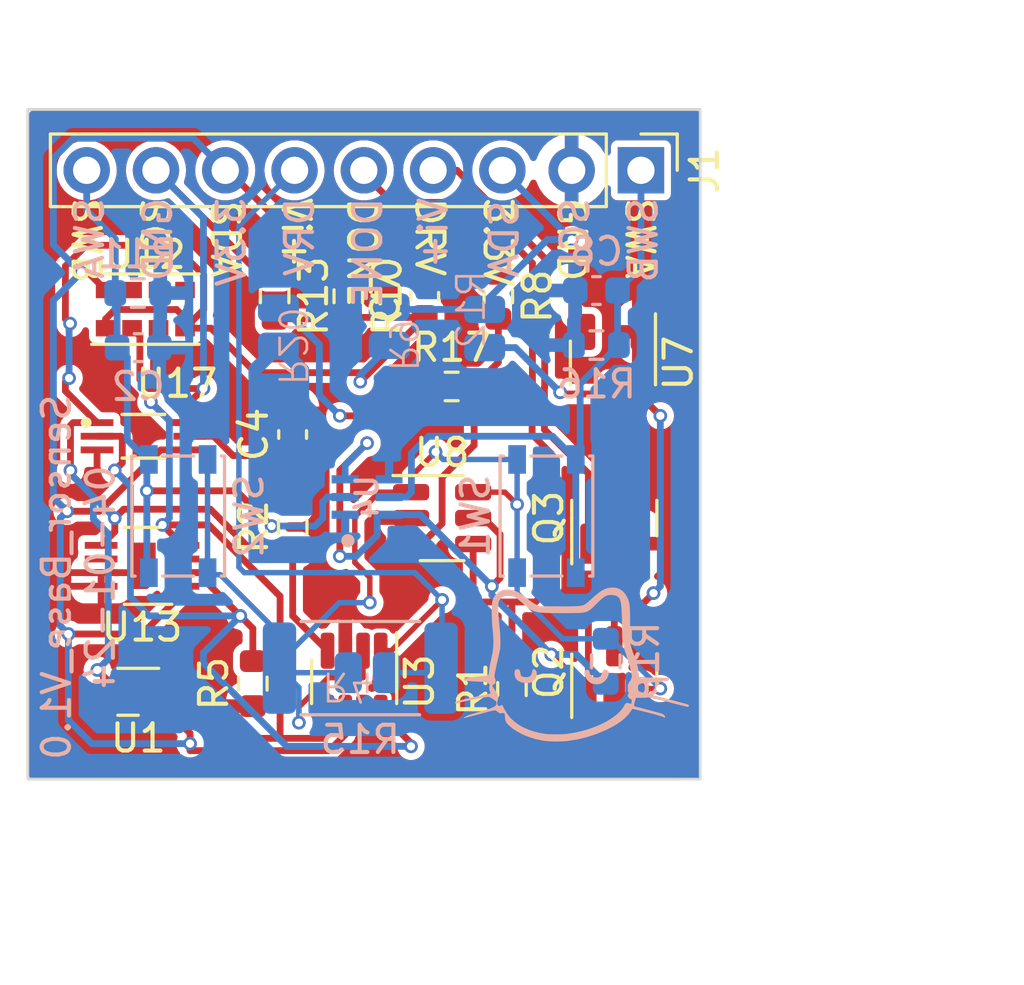
<source format=kicad_pcb>
(kicad_pcb (version 20221018) (generator pcbnew)
  (layers (0 "F.Cu" signal) (31 "B.Cu" signal) (34 "B.Paste" user) (35 "F.Paste" user) (36 "B.SilkS" user "B.Silkscreen") (37 "F.SilkS" user "F.Silkscreen") (38 "B.Mask" user) (39 "F.Mask" user) (44 "Edge.Cuts" user))
  (net 0 "")
  (net 1 "Net-(U17-DVI)")
  (net 2 "GND")
  (net 3 "SW-B")
  (net 4 "SW-A")
  (net 5 "/V-SENS")
  (net 6 "+3.3V")
  (net 7 "SDA")
  (net 8 "SCL")
  (net 9 "Net-(Q2-D)")
  (net 10 "Vi+")
  (net 11 "Net-(Q2-G)")
  (net 12 "DRIVE")
  (net 13 "DONE")
  (net 14 "Net-(U8-DELAY{slash}M_DRV)")
  (net 16 "Net-(U12-LDR)")
  (net 19 "Vi-")
  (net 20 "Net-(R17-Pad1)")
  (net 21 "/ADDR")
  (footprint "Sensor_Humidity:Sensirion_DFN-8-1EP_2.5x2.5mm_P0.5mm_EP1.1x1.7mm" (layer "F.Cu") (at 94.439369 83.581999 180)
    (fp_text reference "U13" (at 0 -2.25) (layer "F.SilkS"))
    (fp_text value "SHT31-DIS")
    (pad "1" smd rect (at -1.5 -0.75 180) (size 1.2 0.25) (layers "F.Cu" "F.Paste" "F.Mask") (net 7 "SDA"))
    (pad "2" smd rect (at -1.5 -0.25 180) (size 1.2 0.25) (layers "F.Cu" "F.Paste" "F.Mask") (net 21 "/ADDR"))
    (pad "3" smd rect (at -1.5 0.25 180) (size 1.2 0.25) (layers "F.Cu" "F.Paste" "F.Mask"))
    (pad "4" smd rect (at -1.5 0.75) (size 1.2 0.25) (layers "F.Cu" "F.Paste" "F.Mask") (net 8 "SCL"))
    (pad "5" smd rect (at 1.5 0.75 180) (size 1.2 0.25) (layers "F.Cu" "F.Paste" "F.Mask") (net 5 "/V-SENS"))
    (pad "6" smd rect (at 1.5 0.25 180) (size 1.2 0.25) (layers "F.Cu" "F.Paste" "F.Mask"))
    (pad "7" smd rect (at 1.5 -0.25 180) (size 1.2 0.25) (layers "F.Cu" "F.Paste" "F.Mask") (net 2 "GND"))
    (pad "8" smd rect (at 1.5 -0.75 180) (size 1.2 0.25) (layers "F.Cu" "F.Paste" "F.Mask") (net 2 "GND"))
    (pad "9" smd custom (at 0 0 180) (size 1 1) (layers "F.Cu" "F.Mask") (net 2 "GND") (options (clearance outline) (anchor circle)) (primitives (gr_poly (pts (xy 0.5 0.85) (xy -0.5 0.85) (xy -0.5 -0.55) (xy -0.2 -0.85) (xy 0.5 -0.85)) (width 0) (fill yes))))
  )
  (footprint "Sensor_Humidity:Sensirion_DFN-4_1.5x1.5mm_P0.8mm_SHT4x_NoCentralPad" (layer "F.Cu") (at 94.3 88.2 180)
    (fp_text reference "U1" (at 0 -1.7) (layer "F.SilkS"))
    (fp_text value "SHT4x")
    (pad "1" smd rect (at -0.9 -0.4 180) (size 1 0.3) (layers "F.Cu" "F.Paste" "F.Mask") (net 7 "SDA"))
    (pad "2" smd rect (at -0.9 0.4 180) (size 1 0.3) (layers "F.Cu" "F.Paste" "F.Mask") (net 8 "SCL"))
    (pad "3" smd rect (at 0.9 0.4 180) (size 1 0.3) (layers "F.Cu" "F.Paste" "F.Mask") (net 5 "/V-SENS"))
    (pad "4" smd rect (at 0.9 -0.4 180) (size 1 0.3) (layers "F.Cu" "F.Paste" "F.Mask") (net 2 "GND"))
    (zone (net 0) (net_name "") (layer "F.Cu") (connect_pads (clearance 0)) (min_thickness 0.254)
      (keepout (tracks not_allowed) (vias not_allowed) (pads allowed) (copperpour not_allowed) (footprints allowed))
      (fill (thermal_gap 0.508) (thermal_bridge_width 0.508))
      (polygon (pts (xy 93.55 88.75) (xy 93.85 88.75) (xy 93.85 88.45) (xy 93.55 88.45) (xy 93.55 87.95) (xy 93.85 87.95) (xy 93.85 87.65) (xy 93.55 87.65) (xy 93.55 87.45) (xy 95.05 87.45) (xy 95.05 87.65) (xy 94.75 87.65) (xy 94.75 87.95) (xy 95.05 87.95) (xy 95.05 88.45) (xy 94.75 88.45) (xy 94.75 88.75) (xy 95.05 88.75) (xy 95.05 88.95) (xy 93.55 88.95)))
    )
  )
  (footprint "Package_TO_SOT_SMD:SOT-23" (layer "F.Cu") (at 111.751869 81.831998 90)
    (fp_text reference "Q3" (at 0 -2.4 90) (layer "F.SilkS"))
    (fp_text value "AO3400A")
    (pad "1" smd roundrect (at -0.9375 -0.95 90) (size 1.475 0.6) (layers "F.Cu" "F.Paste" "F.Mask") (net 12 "DRIVE"))
    (pad "2" smd roundrect (at -0.9375 0.95 90) (size 1.475 0.6) (layers "F.Cu" "F.Paste" "F.Mask") (net 2 "GND"))
    (pad "3" smd roundrect (at 0.9375 0 90) (size 1.475 0.6) (layers "F.Cu" "F.Paste" "F.Mask") (net 11 "Net-(Q2-G)"))
  )
  (footprint "Package_TO_SOT_SMD:SOT-23-8" (layer "F.Cu") (at 102.214371 87.831999 -90)
    (fp_text reference "U3" (at 0 -2.4 90) (layer "F.SilkS"))
    (fp_text value "INA219AxDCN")
    (pad "1" smd roundrect (at -1.1375 -0.975 270) (size 1.325 0.5) (layers "F.Cu" "F.Paste" "F.Mask") (net 10 "Vi+"))
    (pad "2" smd roundrect (at -1.1375 -0.325 270) (size 1.325 0.5) (layers "F.Cu" "F.Paste" "F.Mask") (net 19 "Vi-"))
    (pad "3" smd roundrect (at -1.1375 0.325 270) (size 1.325 0.5) (layers "F.Cu" "F.Paste" "F.Mask") (net 2 "GND"))
    (pad "4" smd roundrect (at -1.1375 0.975 270) (size 1.325 0.5) (layers "F.Cu" "F.Paste" "F.Mask") (net 5 "/V-SENS"))
    (pad "5" smd roundrect (at 1.1375 0.975 270) (size 1.325 0.5) (layers "F.Cu" "F.Paste" "F.Mask") (net 8 "SCL"))
    (pad "6" smd roundrect (at 1.1375 0.325 270) (size 1.325 0.5) (layers "F.Cu" "F.Paste" "F.Mask") (net 7 "SDA"))
    (pad "7" smd roundrect (at 1.1375 -0.325 270) (size 1.325 0.5) (layers "F.Cu" "F.Paste" "F.Mask") (net 21 "/ADDR"))
    (pad "8" smd roundrect (at 1.1375 -0.975 270) (size 1.325 0.5) (layers "F.Cu" "F.Paste" "F.Mask") (net 21 "/ADDR"))
  )
  (footprint "BH1750:XDCR_BH1750FVI-TR" (layer "F.Cu") (at 94.48937 78.831999)
    (fp_text reference "U17" (at 1.226565 -1.937485) (layer "F.SilkS") (effects (font (size 1.001283 1.001283))))
    (fp_text value "BH1750FVI-TR")
    (pad "1" smd rect (at -1.7 -0.5) (size 1.2 0.25) (layers "F.Cu" "F.Paste" "F.Mask") (net 5 "/V-SENS"))
    (pad "2" smd rect (at -1.7 0) (size 1.2 0.25) (layers "F.Cu" "F.Paste" "F.Mask") (net 21 "/ADDR"))
    (pad "3" smd rect (at -1.7 0.5) (size 1.2 0.25) (layers "F.Cu" "F.Paste" "F.Mask") (net 2 "GND"))
    (pad "4" smd rect (at 1.7 0.5) (size 1.2 0.25) (layers "F.Cu" "F.Paste" "F.Mask") (net 7 "SDA"))
    (pad "5" smd rect (at 1.7 0) (size 1.2 0.25) (layers "F.Cu" "F.Paste" "F.Mask") (net 1 "Net-(U17-DVI)"))
    (pad "6" smd rect (at 1.7 -0.5) (size 1.2 0.25) (layers "F.Cu" "F.Paste" "F.Mask") (net 8 "SCL"))
  )
  (footprint "Capacitor_SMD:C_0603_1608Metric" (layer "F.Cu") (at 104.8 73.7 90)
    (fp_text reference "C7" (at 0 -1.43 90) (layer "F.SilkS"))
    (fp_text value "C")
    (pad "1" smd roundrect (at -0.775 0 90) (size 0.9 0.95) (layers "F.Cu" "F.Paste" "F.Mask") (net 5 "/V-SENS"))
    (pad "2" smd roundrect (at 0.775 0 90) (size 0.9 0.95) (layers "F.Cu" "F.Paste" "F.Mask") (net 2 "GND"))
  )
  (footprint "Resistor_SMD:R_0603_1608Metric" (layer "F.Cu") (at 108 88.1 90)
    (fp_text reference "R1" (at 0 -1.43 90) (layer "F.SilkS"))
    (fp_text value "R")
    (pad "1" smd roundrect (at -0.825 0 90) (size 0.8 0.95) (layers "F.Cu" "F.Paste" "F.Mask") (net 2 "GND"))
    (pad "2" smd roundrect (at 0.825 0 90) (size 0.8 0.95) (layers "F.Cu" "F.Paste" "F.Mask") (net 13 "DONE"))
  )
  (footprint "Resistor_SMD:R_0603_1608Metric" (layer "F.Cu") (at 102 73.7 -90)
    (fp_text reference "R10" (at 0 -1.43 90) (layer "F.SilkS"))
    (fp_text value "10K")
    (pad "1" smd roundrect (at -0.825 0 270) (size 0.8 0.95) (layers "F.Cu" "F.Paste" "F.Mask") (net 7 "SDA"))
    (pad "2" smd roundrect (at 0.825 0 270) (size 0.8 0.95) (layers "F.Cu" "F.Paste" "F.Mask") (net 5 "/V-SENS"))
  )
  (footprint "Connector_PinHeader_2.54mm:PinHeader_1x09_P2.54mm_Vertical" (layer "F.Cu") (at 112.729369 69.081998 -90)
    (fp_text reference "J1" (at 0 -2.33 90) (layer "F.SilkS"))
    (fp_text value "Conn_01x09_Pin")
    (pad "1" thru_hole rect (at 0 0 270) (size 1.7 1.7) (drill 1) (layers "*.Cu" "*.Mask") (net 4 "SW-A"))
    (pad "2" thru_hole oval (at 0 2.54 270) (size 1.7 1.7) (drill 1) (layers "*.Cu" "*.Mask") (net 2 "GND"))
    (pad "3" thru_hole oval (at 0 5.08 270) (size 1.7 1.7) (drill 1) (layers "*.Cu" "*.Mask") (net 6 "+3.3V"))
    (pad "4" thru_hole oval (at 0 7.62 270) (size 1.7 1.7) (drill 1) (layers "*.Cu" "*.Mask") (net 12 "DRIVE"))
    (pad "5" thru_hole oval (at 0 10.16 270) (size 1.7 1.7) (drill 1) (layers "*.Cu" "*.Mask") (net 13 "DONE"))
    (pad "6" thru_hole oval (at 0 12.7 270) (size 1.7 1.7) (drill 1) (layers "*.Cu" "*.Mask") (net 10 "Vi+"))
    (pad "7" thru_hole oval (at 0 15.24 270) (size 1.7 1.7) (drill 1) (layers "*.Cu" "*.Mask") (net 7 "SDA"))
    (pad "8" thru_hole oval (at 0 17.78 270) (size 1.7 1.7) (drill 1) (layers "*.Cu" "*.Mask") (net 8 "SCL"))
    (pad "9" thru_hole oval (at 0 20.32 270) (size 1.7 1.7) (drill 1) (layers "*.Cu" "*.Mask") (net 3 "SW-B"))
  )
  (footprint "Resistor_SMD:R_0603_1608Metric" (layer "F.Cu") (at 105.789367 77.006996)
    (fp_text reference "R17" (at 0 -1.43) (layer "F.SilkS"))
    (fp_text value "R")
    (pad "1" smd roundrect (at -0.825 0) (size 0.8 0.95) (layers "F.Cu" "F.Paste" "F.Mask") (net 20 "Net-(R17-Pad1)"))
    (pad "2" smd roundrect (at 0.825 0) (size 0.8 0.95) (layers "F.Cu" "F.Paste" "F.Mask") (net 14 "Net-(U8-DELAY{slash}M_DRV)"))
  )
  (footprint "Resistor_SMD:R_0603_1608Metric" (layer "F.Cu") (at 99.961867 82.156999 90)
    (fp_text reference "R2" (at 0 -1.43 90) (layer "F.SilkS"))
    (fp_text value "5K")
    (pad "1" smd roundrect (at -0.825 0 90) (size 0.8 0.95) (layers "F.Cu" "F.Paste" "F.Mask") (net 5 "/V-SENS"))
    (pad "2" smd roundrect (at 0.825 0 90) (size 0.8 0.95) (layers "F.Cu" "F.Paste" "F.Mask") (net 1 "Net-(U17-DVI)"))
  )
  (footprint "Package_TO_SOT_SMD:SOT-23-6" (layer "F.Cu") (at 105.439369 81.831998)
    (fp_text reference "U8" (at 0 -2.4) (layer "F.SilkS"))
    (fp_text value "TPL5110")
    (pad "1" smd roundrect (at -1.1375 -0.95) (size 1.325 0.6) (layers "F.Cu" "F.Paste" "F.Mask") (net 19 "Vi-"))
    (pad "2" smd roundrect (at -1.1375 0) (size 1.325 0.6) (layers "F.Cu" "F.Paste" "F.Mask") (net 2 "GND"))
    (pad "3" smd roundrect (at -1.1375 0.95) (size 1.325 0.6) (layers "F.Cu" "F.Paste" "F.Mask") (net 14 "Net-(U8-DELAY{slash}M_DRV)"))
    (pad "4" smd roundrect (at 1.1375 0.95) (size 1.325 0.6) (layers "F.Cu" "F.Paste" "F.Mask") (net 13 "DONE"))
    (pad "5" smd roundrect (at 1.1375 0) (size 1.325 0.6) (layers "F.Cu" "F.Paste" "F.Mask") (net 11 "Net-(Q2-G)"))
    (pad "6" smd roundrect (at 1.1375 -0.95) (size 1.325 0.6) (layers "F.Cu" "F.Paste" "F.Mask") (net 19 "Vi-"))
  )
  (footprint "Resistor_SMD:R_0603_1608Metric" (layer "F.Cu") (at 99.3 73.7 -90)
    (fp_text reference "R13" (at 0 -1.43 90) (layer "F.SilkS"))
    (fp_text value "10K")
    (pad "1" smd roundrect (at -0.825 0 270) (size 0.8 0.95) (layers "F.Cu" "F.Paste" "F.Mask") (net 8 "SCL"))
    (pad "2" smd roundrect (at 0.825 0 270) (size 0.8 0.95) (layers "F.Cu" "F.Paste" "F.Mask") (net 5 "/V-SENS"))
  )
  (footprint "Resistor_SMD:R_0603_1608Metric" (layer "F.Cu") (at 107.5 73.7 -90)
    (fp_text reference "R8" (at 0 -1.43 90) (layer "F.SilkS"))
    (fp_text value "R")
    (pad "1" smd roundrect (at -0.825 0 270) (size 0.8 0.95) (layers "F.Cu" "F.Paste" "F.Mask") (net 2 "GND"))
    (pad "2" smd roundrect (at 0.825 0 270) (size 0.8 0.95) (layers "F.Cu" "F.Paste" "F.Mask") (net 14 "Net-(U8-DELAY{slash}M_DRV)"))
  )
  (footprint "Package_TO_SOT_SMD:SOT-23-3" (layer "F.Cu") (at 111.701867 76.144499 -90)
    (fp_text reference "U7" (at 0 -2.4 90) (layer "F.SilkS"))
    (fp_text value "XC6206PxxxMR")
    (pad "1" smd roundrect (at -1.1375 -0.95 270) (size 1.325 0.6) (layers "F.Cu" "F.Paste" "F.Mask") (net 2 "GND"))
    (pad "2" smd roundrect (at -1.1375 0.95 270) (size 1.325 0.6) (layers "F.Cu" "F.Paste" "F.Mask") (net 6 "+3.3V"))
    (pad "3" smd roundrect (at 1.1375 0 270) (size 1.325 0.6) (layers "F.Cu" "F.Paste" "F.Mask") (net 9 "Net-(Q2-D)"))
  )
  (footprint "Package_TO_SOT_SMD:SOT-23" (layer "F.Cu") (at 111.751868 87.467875 90)
    (fp_text reference "Q2" (at 0 -2.4 90) (layer "F.SilkS"))
    (fp_text value "AO3401A")
    (pad "1" smd roundrect (at -0.9375 -0.95 90) (size 1.475 0.6) (layers "F.Cu" "F.Paste" "F.Mask") (net 11 "Net-(Q2-G)"))
    (pad "2" smd roundrect (at -0.9375 0.95 90) (size 1.475 0.6) (layers "F.Cu" "F.Paste" "F.Mask") (net 19 "Vi-"))
    (pad "3" smd roundrect (at 0.9375 0 90) (size 1.475 0.6) (layers "F.Cu" "F.Paste" "F.Mask") (net 9 "Net-(Q2-D)"))
  )
  (footprint "Sensor:Avago_APDS-9960" (layer "F.Cu") (at 94.559367 74.170896)
    (fp_text reference "U12" (at 0 -2 unlocked) (layer "F.SilkS"))
    (fp_text value "APDS-9960")
    (pad "1" smd rect (at -1.455 -0.7) (size 0.72 0.6) (layers "F.Cu" "F.Paste" "F.Mask") (net 7 "SDA"))
    (pad "2" smd rect (at -0.485 -0.7) (size 0.72 0.6) (layers "F.Cu" "F.Paste" "F.Mask"))
    (pad "3" smd rect (at 0.485 -0.7) (size 0.72 0.6) (layers "F.Cu" "F.Paste" "F.Mask") (net 16 "Net-(U12-LDR)"))
    (pad "4" smd rect (at 1.455 -0.7) (size 0.72 0.6) (layers "F.Cu" "F.Paste" "F.Mask") (net 16 "Net-(U12-LDR)"))
    (pad "5" smd rect (at 1.455 0.7) (size 0.72 0.6) (layers "F.Cu" "F.Paste" "F.Mask") (net 5 "/V-SENS"))
    (pad "6" smd rect (at 0.485 0.7) (size 0.72 0.6) (layers "F.Cu" "F.Paste" "F.Mask") (net 2 "GND"))
    (pad "7" smd rect (at -0.485 0.7) (size 0.72 0.6) (layers "F.Cu" "F.Paste" "F.Mask") (net 8 "SCL"))
    (pad "8" smd rect (at -1.455 0.7) (size 0.72 0.6) (layers "F.Cu" "F.Paste" "F.Mask") (net 5 "/V-SENS"))
  )
  (footprint "Capacitor_SMD:C_0603_1608Metric" (layer "F.Cu") (at 99.959364 78.767 90)
    (fp_text reference "C4" (at 0 -1.43 90) (layer "F.SilkS"))
    (fp_text value "C")
    (pad "1" smd roundrect (at -0.775 0 90) (size 0.9 0.95) (layers "F.Cu" "F.Paste" "F.Mask") (net 1 "Net-(U17-DVI)"))
    (pad "2" smd roundrect (at 0.775 0 90) (size 0.9 0.95) (layers "F.Cu" "F.Paste" "F.Mask") (net 2 "GND"))
  )
  (footprint "Resistor_SMD:R_0603_1608Metric" (layer "F.Cu") (at 98.5 87.9 90)
    (fp_text reference "R5" (at 0 -1.43 90) (layer "F.SilkS"))
    (fp_text value "R")
    (pad "1" smd roundrect (at -0.825 0 90) (size 0.8 0.95) (layers "F.Cu" "F.Paste" "F.Mask") (net 2 "GND"))
    (pad "2" smd roundrect (at 0.825 0 90) (size 0.8 0.95) (layers "F.Cu" "F.Paste" "F.Mask") (net 21 "/ADDR"))
  )
  (footprint "Resistor_SMD:R_0603_1608Metric" (layer "B.Cu") (at 111.096147 75.488777)
    (fp_text reference "R16" (at 0 1.43) (layer "B.SilkS") (effects (justify mirror)))
    (fp_text value "R")
    (pad "1" smd roundrect (at -0.825 0) (size 0.8 0.95) (layers "B.Cu" "B.Paste" "B.Mask") (net 2 "GND"))
    (pad "2" smd roundrect (at 0.825 0) (size 0.8 0.95) (layers "B.Cu" "B.Paste" "B.Mask") (net 4 "SW-A"))
  )
  (footprint "Resistor_SMD:R_0603_1608Metric" (layer "B.Cu") (at 111.43937 87.081999 90)
    (fp_text reference "R19" (at 0 1.43 90) (layer "B.SilkS") (effects (justify mirror)))
    (fp_text value "R")
    (pad "1" smd roundrect (at -0.825 0 90) (size 0.8 0.95) (layers "B.Cu" "B.Paste" "B.Mask") (net 11 "Net-(Q2-G)"))
    (pad "2" smd roundrect (at 0.825 0 90) (size 0.8 0.95) (layers "B.Cu" "B.Paste" "B.Mask") (net 19 "Vi-"))
  )
  (footprint "Resistor_SMD:R_2512_6332Metric" (layer "B.Cu") (at 102.439369 87.331998)
    (fp_text reference "R15" (at 0 2.62) (layer "B.SilkS") (effects (justify mirror)))
    (fp_text value "0R")
    (pad "1" smd roundrect (at -2.9625 0) (size 1.225 3.35) (layers "B.Cu" "B.Paste" "B.Mask") (roundrect_rratio 0.2040816327) (net 19 "Vi-"))
    (pad "2" smd roundrect (at 2.9625 0) (size 1.225 3.35) (layers "B.Cu" "B.Paste" "B.Mask") (roundrect_rratio 0.2040816327) (net 10 "Vi+"))
  )
  (footprint "Button_Switch_SMD:SW_SPST_PTS810" (layer "B.Cu") (at 95.76437 81.756998 90)
    (fp_text reference "SW2" (at 0 2.6 90) (layer "B.SilkS") (effects (justify mirror)))
    (fp_text value "SW_Push")
    (pad "1" smd rect (at -2.075 1.075 90) (size 1.05 0.65) (layers "B.Cu" "B.Paste" "B.Mask") (net 19 "Vi-"))
    (pad "1" smd rect (at 2.075 1.075 90) (size 1.05 0.65) (layers "B.Cu" "B.Paste" "B.Mask") (net 19 "Vi-"))
    (pad "2" smd rect (at -2.075 -1.075 90) (size 1.05 0.65) (layers "B.Cu" "B.Paste" "B.Mask") (net 3 "SW-B"))
    (pad "2" smd rect (at 2.075 -1.075 90) (size 1.05 0.65) (layers "B.Cu" "B.Paste" "B.Mask") (net 3 "SW-B"))
  )
  (footprint "A_SensorNode:Jumpper" (layer "B.Cu") (at 107 74.181999 -90)
    (fp_text reference "R12" (at 0 0.5 90 unlocked) (layer "B.SilkS") (effects (font (thickness 0.1)) (justify mirror)))
    (fp_text value "0K")
    (pad "1" smd roundrect (at 0 0 270) (size 1 1.5) (layers "B.Cu" "B.Paste" "B.Mask") (net 6 "+3.3V"))
    (pad "2" smd roundrect (at 1.4 0 270) (size 1 1.5) (layers "B.Cu" "B.Paste" "B.Mask") (net 9 "Net-(Q2-D)"))
  )
  (footprint "2n7002:SOT363" (layer "B.Cu") (at 102.684369 81.060499 90)
    (fp_text reference "U4" (at 0 0 90) (layer "B.SilkS") (effects (font (size 0.787402 0.787402)) (justify mirror)))
    (fp_text value "2N7002DW")
    (pad "1" smd rect (at -0.65 -0.8) (size 0.99 0.3) (layers "B.Cu" "B.Paste" "B.Mask") (net 2 "GND"))
    (pad "2" smd rect (at 0 -0.8) (size 0.99 0.3) (layers "B.Cu" "B.Paste" "B.Mask") (net 3 "SW-B"))
    (pad "3" smd rect (at 0.65 -0.8) (size 0.99 0.3) (layers "B.Cu" "B.Paste" "B.Mask") (net 11 "Net-(Q2-G)"))
    (pad "4" smd rect (at 0.65 0.81) (size 0.99 0.3) (layers "B.Cu" "B.Paste" "B.Mask") (net 2 "GND"))
    (pad "5" smd rect (at 0 0.81) (size 0.99 0.3) (layers "B.Cu" "B.Paste" "B.Mask") (net 4 "SW-A"))
    (pad "6" smd rect (at -0.65 0.81) (size 0.99 0.3) (layers "B.Cu" "B.Paste" "B.Mask") (net 11 "Net-(Q2-G)"))
  )
  (footprint "Resistor_SMD:R_0603_1608Metric" (layer "B.Cu") (at 94.282593 73.581999 180)
    (fp_text reference "R11" (at 0 1.43) (layer "B.SilkS") (effects (justify mirror)))
    (fp_text value "R")
    (pad "1" smd roundrect (at -0.825 0 180) (size 0.8 0.95) (layers "B.Cu" "B.Paste" "B.Mask") (net 2 "GND"))
    (pad "2" smd roundrect (at 0.825 0 180) (size 0.8 0.95) (layers "B.Cu" "B.Paste" "B.Mask") (net 3 "SW-B"))
  )
  (footprint "Button_Switch_SMD:SW_SPST_PTS810" (layer "B.Cu") (at 109.264369 81.757 -90)
    (fp_text reference "SW1" (at 0 2.6 90) (layer "B.SilkS") (effects (justify mirror)))
    (fp_text value "SW_Push")
    (pad "1" smd rect (at -2.075 1.075 270) (size 1.05 0.65) (layers "B.Cu" "B.Paste" "B.Mask") (net 19 "Vi-"))
    (pad "1" smd rect (at 2.075 1.075 270) (size 1.05 0.65) (layers "B.Cu" "B.Paste" "B.Mask") (net 19 "Vi-"))
    (pad "2" smd rect (at -2.075 -1.075 270) (size 1.05 0.65) (layers "B.Cu" "B.Paste" "B.Mask") (net 4 "SW-A"))
    (pad "2" smd rect (at 2.075 -1.075 270) (size 1.05 0.65) (layers "B.Cu" "B.Paste" "B.Mask") (net 4 "SW-A"))
  )
  (footprint "A_SensorNode:Jumpper" (layer "B.Cu") (at 99.439369 75.531998 90)
    (fp_text reference "R20" (at 0 0.5 270 unlocked) (layer "B.SilkS") (effects (font (thickness 0.1)) (justify mirror)))
    (fp_text value "0K")
    (pad "1" smd roundrect (at 0 0 90) (size 1 1.5) (layers "B.Cu" "B.Paste" "B.Mask") (net 2 "GND"))
    (pad "2" smd roundrect (at 1.4 0 90) (size 1 1.5) (layers "B.Cu" "B.Paste" "B.Mask") (net 20 "Net-(R17-Pad1)"))
  )
  (footprint "A_SensorNode:Jumpper" (layer "B.Cu") (at 102 87.5)
    (fp_text reference "R4" (at 0 0.5 -180 unlocked) (layer "B.SilkS") (effects (font (thickness 0.1)) (justify mirror)))
    (fp_text value "0K")
    (pad "1" smd roundrect (at 0 0) (size 1 1.5) (layers "B.Cu" "B.Paste" "B.Mask") (net 19 "Vi-"))
    (pad "2" smd roundrect (at 1.4 0) (size 1 1.5) (layers "B.Cu" "B.Paste" "B.Mask") (net 10 "Vi+"))
  )
  (footprint "Capacitor_SMD:C_0603_1608Metric" (layer "B.Cu") (at 94.297594 75.581999)
    (fp_text reference "C2" (at 0 1.43) (layer "B.SilkS") (effects (justify mirror)))
    (fp_text value "C")
    (pad "1" smd roundrect (at -0.775 0) (size 0.9 0.95) (layers "B.Cu" "B.Paste" "B.Mask") (net 3 "SW-B"))
    (pad "2" smd roundrect (at 0.775 0) (size 0.9 0.95) (layers "B.Cu" "B.Paste" "B.Mask") (net 2 "GND"))
  )
  (footprint "Capacitor_SMD:C_0603_1608Metric" (layer "B.Cu") (at 111.096147 73.488775 180)
    (fp_text reference "C8" (at 0 1.43) (layer "B.SilkS") (effects (justify mirror)))
    (fp_text value "C")
    (pad "1" smd roundrect (at -0.775 0 180) (size 0.9 0.95) (layers "B.Cu" "B.Paste" "B.Mask") (net 4 "SW-A"))
    (pad "2" smd roundrect (at 0.775 0 180) (size 0.9 0.95) (layers "B.Cu" "B.Paste" "B.Mask") (net 2 "GND"))
  )
  (footprint "catIcon.preety:catIcon8x8" (layer "B.Cu") (at 110.056458 87.182904 180)
    (fp_text reference "G***" hide)
    (fp_text value "LOGO" hide)
  )
  (footprint "A_SensorNode:Jumpper" (layer "B.Cu") (at 103.5 75.5 90)
    (fp_text reference "R9" (at 0 0.5 270 unlocked) (layer "B.SilkS") (effects (font (thickness 0.1)) (justify mirror)))
    (fp_text value "0K")
    (pad "1" smd roundrect (at 0 0 90) (size 1 1.5) (layers "B.Cu" "B.Paste" "B.Mask") (net 5 "/V-SENS"))
    (pad "2" smd roundrect (at 1.4 0 90) (size 1 1.5) (layers "B.Cu" "B.Paste" "B.Mask") (net 6 "+3.3V"))
  )
  (gr_poly (pts (xy 90.249999 66.850002) (xy 114.899999 66.849999) (xy 114.9 91.400001) (xy 90.249999 91.4)) (stroke (width 0.1)) (fill none) (layer "Edge.Cuts"))
  (gr_text "SWA" (at 93.1035 70 90) (layer "B.SilkS") (effects (font (size 1 1)) (justify left bottom mirror)))
  (gr_text "3.3V" (at 98.3035 70 -270) (layer "B.SilkS") (effects (font (size 1 1)) (justify left bottom mirror)))
  (gr_text "SCL" (at 110.9035 70 -270) (layer "B.SilkS") (effects (font (size 1 1)) (justify left bottom mirror)))
  (gr_text "Vi+" (at 105.7035 70 -270) (layer "B.SilkS") (effects (font (size 1 1)) (justify left bottom mirror)))
  (gr_text "SWB" (at 113.4035 70 -270) (layer "B.SilkS") (effects (font (size 1 1)) (justify left bottom mirror)))
  (gr_text "SDA" (at 108.3035 70.1 -270) (layer "B.SilkS") (effects (font (size 1 1)) (justify left bottom mirror)))
  (gr_text "DONE" (at 103.3035 70 -270) (layer "B.SilkS") (effects (font (size 1 1)) (justify left bottom mirror)))
  (gr_text "Sensor_Base_V1.0\n04-01-24" (at 93.5 84 90) (layer "B.SilkS") (effects (font (size 1 1)) (justify bottom mirror)))
  (gr_text "GND" (at 95.6035 70 -270) (layer "B.SilkS") (effects (font (size 1 1)) (justify left bottom mirror)))
  (gr_text "DRV" (at 100.8035 70 -270) (layer "B.SilkS") (effects (font (size 1 1)) (justify left bottom mirror)))
  (gr_text "SCL" (at 94.3 70 270) (layer "F.SilkS") (effects (font (size 1 1)) (justify left bottom)))
  (gr_text "3.3V" (at 106.9 70 270) (layer "F.SilkS") (effects (font (size 1 1)) (justify left bottom)))
  (gr_text "SWA" (at 112.1 70 -90) (layer "F.SilkS") (effects (font (size 1 1)) (justify left bottom)))
  (gr_text "SWB" (at 91.8 70 270) (layer "F.SilkS") (effects (font (size 1 1)) (justify left bottom)))
  (gr_text "DONE" (at 101.9 70 270) (layer "F.SilkS") (effects (font (size 1 1)) (justify left bottom)))
  (gr_text "GND" (at 109.6 70 270) (layer "F.SilkS") (effects (font (size 1 1)) (justify left bottom)))
  (gr_text "DRV" (at 104.4 70 270) (layer "F.SilkS") (effects (font (size 1 1)) (justify left bottom)))
  (gr_text "SDA" (at 96.9 70.1 270) (layer "F.SilkS") (effects (font (size 1 1)) (justify left bottom)))
  (gr_text "Vi+" (at 99.5 70 270) (layer "F.SilkS") (effects (font (size 1 1)) (justify left bottom)))
  (segment (start 99.961867 79.569503) (end 99.959363 79.566999) (width 0.25) (layer "F.Cu") (net 1))
  (segment (start 99.959363 79.542) (end 97.774371 79.542) (width 0.25) (layer "F.Cu") (net 1))
  (segment (start 99.959364 81.329496) (end 99.961867 81.331999) (width 0.25) (layer "F.Cu") (net 1))
  (segment (start 97.774371 79.542) (end 97.06437 78.831999) (width 0.25) (layer "F.Cu") (net 1))
  (segment (start 99.959364 79.542) (end 99.959364 81.329496) (width 0.25) (layer "F.Cu") (net 1))
  (segment (start 97.06437 78.831999) (end 96.189369 78.831999) (width 0.25) (layer "F.Cu") (net 1))
  (segment (start 92.939369 84.331997) (end 92.93937 83.831997) (width 0.25) (layer "F.Cu") (net 2))
  (segment (start 94.189368 83.831995) (end 94.439369 83.581999) (width 0.25) (layer "F.Cu") (net 2))
  (segment (start 92.93937 83.831997) (end 94.189368 83.831995) (width 0.25) (layer "F.Cu") (net 2))
  (segment (start 99.189368 82.124292) (end 97.897075 80.831999) (width 0.25) (layer "F.Cu") (net 3))
  (segment (start 97.897075 80.831999) (end 94.614371 80.831999) (width 0.25) (layer "F.Cu") (net 3))
  (via (at 99.189368 82.124292) (size 0.5) (drill 0.3) (layers "F.Cu" "B.Cu") (net 3))
  (via (at 94.614371 80.831999) (size 0.5) (drill 0.3) (layers "F.Cu" "B.Cu") (net 3))
  (segment (start 99.189368 82.124292) (end 100.775708 82.124292) (width 0.25) (layer "B.Cu") (net 3))
  (segment (start 93.522594 75.581999) (end 93.522594 73.646997) (width 0.25) (layer "B.Cu") (net 3))
  (segment (start 94.614369 79.831998) (end 94.614369 83.831998) (width 0.25) (layer "B.Cu") (net 3))
  (segment (start 93.457593 74.185224) (end 93.457593 71.600222) (width 0.25) (layer "B.Cu") (net 3))
  (segment (start 101.064369 81.835631) (end 101.064369 81.235499) (width 0.25) (layer "B.Cu") (net 3))
  (segment (start 100.775708 82.124292) (end 101.064369 81.835631) (width 0.25) (layer "B.Cu") (net 3))
  (segment (start 101.064369 81.235499) (end 101.239369 81.060499) (width 0.25) (layer "B.Cu") (net 3))
  (segment (start 93.457593 71.600222) (end 92.40937 70.551999) (width 0.25) (layer "B.Cu") (net 3))
  (segment (start 93.9 75.939404) (end 93.9 78.967629) (width 0.25) (layer "B.Cu") (net 3))
  (segment (start 93.542595 75.581999) (end 93.9 75.939404) (width 0.25) (layer "B.Cu") (net 3))
  (segment (start 94.689369 79.756998) (end 94.614369 79.831998) (width 0.25) (layer "B.Cu") (net 3))
  (segment (start 101.239369 81.060499) (end 101.88437 81.060499) (width 0.25) (layer "B.Cu") (net 3))
  (segment (start 94.614369 83.831998) (end 94.689369 83.906998) (width 0.25) (layer "B.Cu") (net 3))
  (segment (start 93.9 78.967629) (end 94.689369 79.756998) (width 0.25) (layer "B.Cu") (net 3))
  (segment (start 92.40937 70.551999) (end 92.40937 69.081999) (width 0.25) (layer "B.Cu") (net 3))
  (segment (start 104.93937 78.831999) (end 109.489369 78.831999) (width 0.25) (layer "B.Cu") (net 4))
  (segment (start 103.49437 81.060499) (end 104.139371 81.060499) (width 0.25) (layer "B.Cu") (net 4))
  (segment (start 111.871146 73.488775) (end 111.871146 75.438776) (width 0.25) (layer "B.Cu") (net 4))
  (segment (start 110.339369 79.681998) (end 110.33937 83.831999) (width 0.25) (layer "B.Cu") (net 4))
  (segment (start 104.139371 81.060499) (end 104.31437 80.8855) (width 0.25) (layer "B.Cu") (net 4))
  (segment (start 111.871145 73.488775) (end 112.729369 72.630551) (width 0.25) (layer "B.Cu") (net 4))
  (segment (start 109.489369 78.831999) (end 110.339369 79.681998) (width 0.25) (layer "B.Cu") (net 4))
  (segment (start 112.729369 72.630551) (end 112.729369 69.081998) (width 0.25) (layer "B.Cu") (net 4))
  (segment (start 104.314369 79.457) (end 104.93937 78.831999) (width 0.25) (layer "B.Cu") (net 4))
  (segment (start 110.339369 79.681998) (end 110.5 79.521367) (width 0.25) (layer "B.Cu") (net 4))
  (segment (start 104.31437 80.8855) (end 104.314369 79.457) (width 0.25) (layer "B.Cu") (net 4))
  (segment (start 110.5 76.909921) (end 111.921145 75.488776) (width 0.25) (layer "B.Cu") (net 4))
  (segment (start 110.5 79.521367) (end 110.5 76.909921) (width 0.25) (layer "B.Cu") (net 4))
  (segment (start 99.961867 85.416996) (end 101.239369 86.694499) (width 0.25) (layer "F.Cu") (net 5))
  (segment (start 93.439369 81.831997) (end 93.439369 82.331999) (width 0.25) (layer "F.Cu") (net 5))
  (segment (start 93.449367 74.185896) (end 93.104368 74.530894) (width 0.25) (layer "F.Cu") (net 5))
  (segment (start 91.629366 77.171995) (end 92.789369 78.331998) (width 0.25) (layer "F.Cu") (net 5))
  (segment (start 93.439369 82.331999) (end 92.939369 82.831999) (width 0.25) (layer "F.Cu") (net 5))
  (segment (start 92.390696 71.831997) (end 95.605471 71.831997) (width 0.25) (layer "F.Cu") (net 5))
  (segment (start 93.764367 81.506999) (end 93.439369 81.831997) (width 0.25) (layer "F.Cu") (net 5))
  (segment (start 91.628867 74.528867) (end 91.628867 72.593826) (width 0.25) (layer "F.Cu") (net 5))
  (segment (start 98.418395 82.981999) (end 96.943395 81.506999) (width 0.25) (layer "F.Cu") (net 5))
  (segment (start 102.439371 76.5) (end 102.439371 76.831999) (width 0.25) (layer "F.Cu") (net 5))
  (segment (start 91.8 74.7) (end 91.628867 74.528867) (width 0.25) (layer "F.Cu") (net 5))
  (segment (start 96.014368 74.495895) (end 95.704368 74.185895) (width 0.25) (layer "F.Cu") (net 5))
  (segment (start 96.943395 81.506999) (end 93.764367 81.506999) (width 0.25) (layer "F.Cu") (net 5))
  (segment (start 93.104368 74.530894) (end 93.104367 75.036995) (width 0.25) (layer "F.Cu") (net 5))
  (segment (start 104.79637 74.475) (end 102.439371 76.831999) (width 0.25) (layer "F.Cu") (net 5))
  (segment (start 95.605471 71.831997) (end 96.699368 72.925896) (width 0.25) (layer "F.Cu") (net 5))
  (segment (start 98.6 76.5) (end 102.439371 76.5) (width 0.25) (layer "F.Cu") (net 5))
  (segment (start 99.3 74.525) (end 102 74.525) (width 0.25) (layer "F.Cu") (net 5))
  (segment (start 91.91437 78.331999) (end 92.789369 78.331998) (width 0.25) (layer "F.Cu") (net 5))
  (segment (start 91.81437 78.431999) (end 91.91437 78.331999) (width 0.25) (layer "F.Cu") (net 5))
  (segment (start 96.014365 74.870895) (end 96.970895 74.870895) (width 0.25) (layer "F.Cu") (net 5))
  (segment (start 102 74.525) (end 102.05 74.475) (width 0.25) (layer "F.Cu") (net 5))
  (segment (start 104.8 74.475) (end 104.79637 74.475) (width 0.25) (layer "F.Cu") (net 5))
  (segment (start 96.014369 74.870895) (end 96.014368 74.495895) (width 0.25) (layer "F.Cu") (net 5))
  (segment (start 102.05 74.475) (end 104.8 74.475) (width 0.25) (layer "F.Cu") (net 5))
  (segment (start 99.961867 82.981999) (end 98.418395 82.981999) (width 0.25) (layer "F.Cu") (net 5))
  (segment (start 93.2 87.8) (end 93.6 87.8) (width 0.25) (layer "F.Cu") (net 5))
  (segment (start 96.699368 72.925896) (end 96.699368 74.185896) (width 0.25) (layer "F.Cu") (net 5))
  (segment (start 92.8 87.4) (end 93.2 87.8) (width 0.25) (layer "F.Cu") (net 5))
  (segment (start 99.961867 82.981998) (end 99.961867 85.416996) (width 0.25) (layer "F.Cu") (net 5))
  (segment (start 91.629366 77.171995) (end 91.629366 76.834504) (width 0.25) (layer "F.Cu") (net 5))
  (segment (start 91.628867 72.593826) (end 92.390696 71.831997) (width 0.25) (layer "F.Cu") (net 5))
  (segment (start 95.704368 74.185895) (end 93.449367 74.185896) (width 0.25) (layer "F.Cu") (net 5))
  (segment (start 91.629366 76.834504) (end 91.76387 76.7) (width 0.25) (layer "F.Cu") (net 5))
  (segment (start 96.970895 74.870895) (end 98.6 76.5) (width 0.25) (layer "F.Cu") (net 5))
  (segment (start 96.699368 74.185896) (end 96.014369 74.870895) (width 0.25) (layer "F.Cu") (net 5))
  (segment (start 91.81437 80.081999) (end 91.81437 78.431999) (width 0.25) (layer "F.Cu") (net 5))
  (via (at 91.81437 80.081999) (size 0.5) (drill 0.3) (layers "F.Cu" "B.Cu") (net 5))
  (via (at 91.76387 76.7) (size 0.5) (drill 0.3) (layers "F.Cu" "B.Cu") (net 5))
  (via (at 92.8 87.4) (size 0.5) (drill 0.3) (layers "F.Cu" "B.Cu") (net 5))
  (via (at 102.439371 76.831999) (size 0.5) (drill 0.3) (layers "F.Cu" "B.Cu") (net 5))
  (via (at 91.8 74.7) (size 0.5) (drill 0.3) (layers "F.Cu" "B.Cu") (net 5))
  (via (at 93.439369 81.831997) (size 0.5) (drill 0.3) (layers "F.Cu" "B.Cu") (net 5))
  (segment (start 91.76387 74.73613) (end 91.8 74.7) (width 0.25) (layer "B.Cu") (net 5))
  (segment (start 93.2 82.405801) (end 92.653686 81.859487) (width 0.25) (layer "B.Cu") (net 5))
  (segment (start 91.76387 76.7) (end 91.76387 74.73613) (width 0.25) (layer "B.Cu") (net 5))
  (segment (start 92.653686 81.859487) (end 92.653686 81.046314) (width 0.25) (layer "B.Cu") (net 5))
  (segment (start 92.653686 81.046314) (end 93.439369 81.831997) (width 0.25) (layer "B.Cu") (net 5))
  (segment (start 92.8 87.4) (end 93.2 87) (width 0.25) (layer "B.Cu") (net 5))
  (segment (start 93.2 87) (end 93.2 82.405801) (width 0.25) (layer "B.Cu") (net 5))
  (segment (start 102.43937 76.581999) (end 103.43937 75.581999) (width 0.25) (layer "B.Cu") (net 5))
  (segment (start 91.81437 80.081999) (end 91.814369 80.206997) (width 0.25) (layer "B.Cu") (net 5))
  (segment (start 91.814369 80.206997) (end 92.653686 81.046314) (width 0.25) (layer "B.Cu") (net 5))
  (segment (start 102.439371 76.831999) (end 102.43937 76.581999) (width 0.25) (layer "B.Cu") (net 5))
  (segment (start 110.189369 74.444499) (end 110.75187 75.006998) (width 0.25) (layer "F.Cu") (net 6))
  (segment (start 110.189369 71.621998) (end 110.189369 74.444499) (width 0.25) (layer "F.Cu") (net 6))
  (via (at 110.189369 71.621998) (size 0.5) (drill 0.3) (layers "F.Cu" "B.Cu") (net 6))
  (segment (start 103.439369 74.181999) (end 106.439369 74.181999) (width 0.25) (layer "B.Cu") (net 6))
  (segment (start 107 73.921367) (end 107 74.181999) (width 0.25) (layer "B.Cu") (net 6))
  (segment (start 109.299369 71.621998) (end 107 73.921367) (width 0.25) (layer "B.Cu") (net 6))
  (segment (start 110.189369 71.621998) (end 107.649368 69.081999) (width 0.25) (layer "B.Cu") (net 6))
  (segment (start 110.189369 71.621998) (end 109.299369 71.621998) (width 0.25) (layer "B.Cu") (net 6))
  (segment (start 96.2 89.723222) (end 96.2 90.1) (width 0.25) (layer "F.Cu") (net 7))
  (segment (start 95.076778 88.6) (end 95.5 89.023222) (width 0.25) (layer "F.Cu") (net 7))
  (segment (start 95.126196 79.331999) (end 96.18937 79.331999) (width 0.25) (layer "F.Cu") (net 7))
  (segment (start 91.739369 86.081998) (end 91.73937 86.007001) (width 0.25) (layer "F.Cu") (net 7))
  (segment (start 101.889369 89.768396) (end 101.889369 88.969499) (width 0.25) (layer "F.Cu") (net 7))
  (segment (start 95 88.6) (end 95.076778 88.6) (width 0.25) (layer "F.Cu") (net 7))
  (segment (start 101.378686 72.875) (end 102 72.875) (width 0.25) (layer "F.Cu") (net 7))
  (segment (start 95.5 89.023222) (end 96.2 89.723222) (width 0.25) (layer "F.Cu") (net 7))
  (segment (start 91.68937 81.581999) (end 92.876198 81.581998) (width 0.25) (layer "F.Cu") (net 7))
  (segment (start 92.465472 72.831998) (end 93.104367 73.470895) (width 0.25) (layer "F.Cu") (net 7))
  (segment (start 97.489369 69.081998) (end 97.585684 69.081998) (width 0.25) (layer "F.Cu") (net 7))
  (segment (start 93.104367 73.470895) (end 93.104367 73.530893) (width 0.25) (layer "F.Cu") (net 7))
  (segment (start 92.203867 72.831999) (end 92.465472 72.831998) (width 0.25) (layer "F.Cu") (net 7))
  (segment (start 101.300765 90.356998) (end 101.889369 89.768396) (width 0.25) (layer "F.Cu") (net 7))
  (segment (start 96.2 90.356999) (end 101.300765 90.356998) (width 0.25) (layer "F.Cu") (net 7))
  (segment (start 95.939369 84.331997) (end 95.93937 84.581999) (width 0.25) (layer "F.Cu") (net 7))
  (segment (start 92.876198 81.581998) (end 95.126196 79.331999) (width 0.25) (layer "F.Cu") (net 7))
  (segment (start 97.585684 69.081998) (end 101.378686 72.875) (width 0.25) (layer "F.Cu") (net 7))
  (segment (start 95.93937 84.581999) (end 94.439369 86.081998) (width 0.25) (layer "F.Cu") (net 7))
  (segment (start 96.2 90.1) (end 96.2 90.356999) (width 0.25) (layer "F.Cu") (net 7))
  (segment (start 94.439369 86.081998) (end 91.814366 86.081998) (width 0.25) (layer "F.Cu") (net 7))
  (via (at 91.68937 81.581999) (size 0.5) (drill 0.3) (layers "F.Cu" "B.Cu") (net 7))
  (via (at 91.739369 86.081998) (size 0.5) (drill 0.3) (layers "F.Cu" "B.Cu") (net 7))
  (via (at 92.203867 72.831999) (size 0.5) (drill 0.3) (layers "F.Cu" "B.Cu") (net 7))
  (via (at 96.2 90.1) (size 0.5) (drill 0.3) (layers "F.Cu" "B.Cu") (net 7))
  (segment (start 91.43937 85.781999) (end 91.739369 86.081998) (width 0.25) (layer "B.Cu") (net 7))
  (segment (start 91.739369 86.081998) (end 91.739369 89.239369) (width 0.25) (layer "B.Cu") (net 7))
  (segment (start 91.189369 81.082) (end 91.18937 73.846496) (width 0.25) (layer "B.Cu") (net 7))
  (segment (start 91.68937 81.581999) (end 91.43937 81.831999) (width 0.25) (layer "B.Cu") (net 7))
  (segment (start 92.203867 72.831999) (end 91.189369 71.817501) (width 0.25) (layer "B.Cu") (net 7))
  (segment (start 91.18937 68.640297) (end 91.922669 67.906999) (width 0.25) (layer "B.Cu") (net 7))
  (segment (start 91.739369 89.239369) (end 92.6 90.1) (width 0.25) (layer "B.Cu") (net 7))
  (segment (start 92.6 90.1) (end 96.2 90.1) (width 0.25) (layer "B.Cu") (net 7))
  (segment (start 91.43937 81.831999) (end 91.43937 85.781999) (width 0.25) (layer "B.Cu") (net 7))
  (segment (start 96.314368 67.906998) (end 97.489369 69.081998) (width 0.25) (layer "B.Cu") (net 7))
  (segment (start 91.18937 73.846496) (end 92.203867 72.831999) (width 0.25) (layer "B.Cu") (net 7))
  (segment (start 91.922669 67.906999) (end 96.314368 67.906998) (width 0.25) (layer "B.Cu") (net 7))
  (segment (start 91.189369 71.817501) (end 91.18937 68.640297) (width 0.25) (layer "B.Cu") (net 7))
  (segment (start 91.68937 81.581999) (end 91.189369 81.082) (width 0.25) (layer "B.Cu") (net 7))
  (segment (start 101.239369 89.781998) (end 101.23937 88.969499) (width 0.25) (layer "F.Cu") (net 8))
  (segment (start 101.114371 89.906998) (end 101.239369 89.781998) (width 0.25) (layer "F.Cu") (net 8))
  (segment (start 99.5 84.7) (end 96.881999 82.081999) (width 0.25) (layer "F.Cu") (net 8))
  (segment (start 97.706998 89.906998) (end 101.114371 89.906998) (width 0.25) (layer "F.Cu") (net 8))
  (segment (start 95.6 87.8) (end 97.706998 89.906998) (width 0.25) (layer "F.Cu") (net 8))
  (segment (start 95 87.8) (end 95.6 87.8) (width 0.25) (layer "F.Cu") (net 8))
  (segment (start 96.881999 82.081999) (end 95.189369 82.081999) (width 0.25) (layer "F.Cu") (net 8))
  (segment (start 96.189369 77.581998) (end 96.189369 78.331998) (width 0.25) (layer "F.Cu") (net 8))
  (segment (start 94.689369 77.081998) (end 94.359366 76.751997) (width 0.25) (layer "F.Cu") (net 8))
  (segment (start 99.5 89.806998) (end 99.5 84.7) (width 0.25) (layer "F.Cu") (net 8))
  (segment (start 95.189369 82.081999) (end 95.939369 82.831999) (width 0.25) (layer "F.Cu") (net 8))
  (segment (start 98.742371 72.875) (end 99.3 72.875) (width 0.25) (layer "F.Cu") (net 8))
  (segment (start 94.359366 76.751997) (end 94.359367 75.155895) (width 0.25) (layer "F.Cu") (net 8))
  (segment (start 94.359367 75.155895) (end 94.074367 74.870895) (width 0.25) (layer "F.Cu") (net 8))
  (segment (start 94.763869 77.581999) (end 95.513869 78.331998) (width 0.25) (layer "F.Cu") (net 8))
  (segment (start 95.513869 78.331998) (end 96.189369 78.331998) (width 0.25) (layer "F.Cu") (net 8))
  (segment (start 96.689371 77.081998) (end 96.189369 77.581998) (width 0.25) (layer "F.Cu") (net 8))
  (segment (start 96.689371 77.081998) (end 94.689369 77.081998) (width 0.25) (layer "F.Cu") (net 8))
  (segment (start 94.949369 69.081998) (end 98.742371 72.875) (width 0.25) (layer "F.Cu") (net 8))
  (via (at 96.689371 77.081998) (size 0.5) (drill 0.3) (layers "F.Cu" "B.Cu") (net 8))
  (via (at 94.763869 77.581999) (size 0.5) (drill 0.3) (layers "F.Cu" "B.Cu") (net 8))
  (via (at 95.189369 82.081999) (size 0.5) (drill 0.3) (layers "F.Cu" "B.Cu") (net 8))
  (segment (start 96.689371 77.081998) (end 96.689369 70.821998) (width 0.25) (layer "B.Cu") (net 8))
  (segment (start 94.763869 77.581999) (end 95.439369 78.257498) (width 0.25) (layer "B.Cu") (net 8))
  (segment (start 95.439369 78.257498) (end 95.43937 81.831999) (width 0.25) (layer "B.Cu") (net 8))
  (segment (start 95.43937 81.831999) (end 95.189369 82.081999) (width 0.25) (layer "B.Cu") (net 8))
  (segment (start 96.689369 70.821998) (end 94.94937 69.081999) (width 0.25) (layer "B.Cu") (net 8))
  (segment (start 109.825883 77.281999) (end 111.701867 77.281999) (width 0.25) (layer "F.Cu") (net 9))
  (segment (start 112.639369 77.281999) (end 113.439369 78.081999) (width 0.25) (layer "F.Cu") (net 9))
  (segment (start 111.701867 77.281999) (end 112.639369 77.281999) (width 0.25) (layer "F.Cu") (net 9))
  (segment (start 111.751869 86.530376) (end 111.751869 85.331997) (width 0.25) (layer "F.Cu") (net 9))
  (segment (start 112.439369 85.331999) (end 111.751869 85.331997) (width 0.25) (layer "F.Cu") (net 9))
  (segment (start 113.18937 84.581999) (end 112.439369 85.331999) (width 0.25) (layer "F.Cu") (net 9))
  (segment (start 109.76437 77.220486) (end 109.825883 77.281999) (width 0.25) (layer "F.Cu") (net 9))
  (via (at 109.76437 77.220486) (size 0.5) (drill 0.3) (layers "F.Cu" "B.Cu") (net 9))
  (via (at 113.439369 78.081999) (size 0.5) (drill 0.3) (layers "F.Cu" "B.Cu") (net 9))
  (via (at 113.18937 84.581999) (size 0.5) (drill 0.3) (layers "F.Cu" "B.Cu") (net 9))
  (segment (start 109.76437 77.220486) (end 108.125883 75.581999) (width 0.25) (layer "B.Cu") (net 9))
  (segment (start 113.439369 78.081999) (end 113.439369 84.332) (width 0.25) (layer "B.Cu") (net 9))
  (segment (start 108.125883 75.581999) (end 107 75.581999) (width 0.25) (layer "B.Cu") (net 9))
  (segment (start 113.439369 84.332) (end 113.18937 84.581999) (width 0.25) (layer "B.Cu") (net 9))
  (segment (start 103.576871 86.694499) (end 105.439369 84.831998) (width 0.2) (layer "F.Cu") (net 10))
  (segment (start 103.189369 86.694498) (end 103.576871 86.694499) (width 0.2) (layer "F.Cu") (net 10))
  (via (at 105.439369 84.831998) (size 0.5) (drill 0.3) (layers "F.Cu" "B.Cu") (net 10))
  (segment (start 100.029369 69.081999) (end 97.989369 71.121998) (width 0.2) (layer "B.Cu") (net 10))
  (segment (start 103.4 87.5) (end 105.233867 87.5) (width 0.2) (layer "B.Cu") (net 10))
  (segment (start 97.989368 83.631999) (end 98.18937 83.831999) (width 0.2) (layer "B.Cu") (net 10))
  (segment (start 105.439369 84.831998) (end 105.439369 87.294498) (width 0.2) (layer "B.Cu") (net 10))
  (segment (start 98.18937 83.831999) (end 104.43937 83.831999) (width 0.2) (layer "B.Cu") (net 10))
  (segment (start 104.43937 83.831999) (end 105.439369 84.831998) (width 0.2) (layer "B.Cu") (net 10))
  (segment (start 105.439369 87.294498) (end 105.401869 87.331998) (width 0.2) (layer "B.Cu") (net 10))
  (segment (start 97.989369 71.121998) (end 97.989368 83.631999) (width 0.2) (layer "B.Cu") (net 10))
  (segment (start 105.233867 87.5) (end 105.401869 87.331998) (width 0.2) (layer "B.Cu") (net 10))
  (segment (start 110.801868 85.519518) (end 110.801868 88.405375) (width 0.25) (layer "F.Cu") (net 11))
  (segment (start 107.564369 82.435249) (end 106.961119 81.831999) (width 0.25) (layer "F.Cu") (net 11))
  (segment (start 111.68937 84.632017) (end 110.801868 85.519518) (width 0.25) (layer "F.Cu") (net 11))
  (segment (start 101.68937 83.231999) (end 101.689368 80.081999) (width 0.25) (layer "F.Cu") (net 11))
  (segment (start 111.68937 80.8945) (end 111.68937 84.632017) (width 0.25) (layer "F.Cu") (net 11))
  (segment (start 110.801868 88.194496) (end 109.43937 86.831999) (width 0.25) (layer "F.Cu") (net 11))
  (segment (start 106.961119 81.831999) (end 106.576869 81.831998) (width 0.25) (layer "F.Cu") (net 11))
  (segment (start 107.564369 84.031499) (end 107.564369 82.435249) (width 0.25) (layer "F.Cu") (net 11))
  (segment (start 101.689368 80.081999) (end 102.689369 79.081998) (width 0.25) (layer "F.Cu") (net 11))
  (segment (start 107.263869 84.332) (end 107.564369 84.031499) (width 0.25) (layer "F.Cu") (net 11))
  (segment (start 110.801868 88.405375) (end 110.801868 88.194496) (width 0.25) (layer "F.Cu") (net 11))
  (via (at 109.43937 86.831999) (size 0.5) (drill 0.3) (layers "F.Cu" "B.Cu") (net 11))
  (via (at 107.263869 84.332) (size 0.5) (drill 0.3) (layers "F.Cu" "B.Cu") (net 11))
  (via (at 102.689369 79.081998) (size 0.5) (drill 0.3) (layers "F.Cu" "B.Cu") (net 11))
  (via (at 101.68937 83.231999) (size 0.5) (drill 0.3) (layers "F.Cu" "B.Cu") (net 11))
  (segment (start 107.26387 84.656499) (end 109.43937 86.831999) (width 0.25) (layer "B.Cu") (net 11))
  (segment (start 110.36437 86.831998) (end 111.439371 87.906999) (width 0.25) (layer "B.Cu") (net 11))
  (segment (start 103.06087 82.460499) (end 103.06087 81.710499) (width 0.25) (layer "B.Cu") (net 11))
  (segment (start 103.06087 81.710499) (end 104.64237 81.7105) (width 0.25) (layer "B.Cu") (net 11))
  (segment (start 101.88437 80.410499) (end 101.884369 79.886998) (width 0.25) (layer "B.Cu") (net 11))
  (segment (start 109.43937 86.831999) (end 110.36437 86.831998) (width 0.25) (layer "B.Cu") (net 11))
  (segment (start 101.884369 79.886998) (end 102.689369 79.081998) (width 0.25) (layer "B.Cu") (net 11))
  (segment (start 107.263869 84.332) (end 107.26387 84.656499) (width 0.25) (layer "B.Cu") (net 11))
  (segment (start 102.28937 83.231999) (end 103.06087 82.460499) (width 0.25) (layer "B.Cu") (net 11))
  (segment (start 104.64237 81.7105) (end 107.263869 84.332) (width 0.25) (layer "B.Cu") (net 11))
  (segment (start 101.68937 83.231999) (end 102.28937 83.231999) (width 0.25) (layer "B.Cu") (net 11))
  (segment (start 103.06087 81.710499) (end 103.494369 81.710499) (width 0.25) (layer "B.Cu") (net 11))
  (segment (start 109.2 72.3) (end 109.2 77.033696) (width 0.25) (layer "F.Cu") (net 12))
  (segment (start 109.2 77.033696) (end 109.18987 77.043826) (width 0.25) (layer "F.Cu") (net 12))
  (segment (start 109.18987 78.582501) (end 110.801868 80.194499) (width 0.25) (layer "F.Cu") (net 12))
  (segment (start 110.801868 80.194499) (end 110.801868 82.769499) (width 0.25) (layer "F.Cu") (net 12))
  (segment (start 105.981999 69.081999) (end 109.2 72.3) (width 0.25) (layer "F.Cu") (net 12))
  (segment (start 105.10937 69.081999) (end 105.981999 69.081999) (width 0.25) (layer "F.Cu") (net 12))
  (segment (start 109.18987 77.043826) (end 109.18987 78.582501) (width 0.25) (layer "F.Cu") (net 12))
  (segment (start 102.56937 69.081999) (end 102.569369 69.211998) (width 0.25) (layer "F.Cu") (net 13))
  (segment (start 106.520603 70.256999) (end 108.75 72.486396) (width 0.25) (layer "F.Cu") (net 13))
  (segment (start 106.807 84.907) (end 106.576868 84.676868) (width 0.25) (layer "F.Cu") (net 13))
  (segment (start 108.73987 76.85743) (end 108.73987 78.768897) (width 0.25) (layer "F.Cu") (net 13))
  (segment (start 108.864369 84.907) (end 106.807 84.907) (width 0.25) (layer "F.Cu") (net 13))
  (segment (start 108.73987 78.768897) (end 109.439368 79.468394) (width 0.25) (layer "F.Cu") (net 13))
  (segment (start 109.439368 79.468394) (end 109.43937 84.331999) (width 0.25) (layer "F.Cu") (net 13))
  (segment (start 108.75 76.8473) (end 108.73987 76.85743) (width 0.25) (layer "F.Cu") (net 13))
  (segment (start 108.75 72.486396) (end 108.75 76.8473) (width 0.25) (layer "F.Cu") (net 13))
  (segment (start 106.576868 84.676868) (end 106.576868 82.781999) (width 0.25) (layer "F.Cu") (net 13))
  (segment (start 103.61437 70.256999) (end 106.520603 70.256999) (width 0.25) (layer "F.Cu") (net 13))
  (segment (start 109.43937 84.331999) (end 108.864369 84.907) (width 0.25) (layer "F.Cu") (net 13))
  (segment (start 108 85.007) (end 108 87.275) (width 0.25) (layer "F.Cu") (net 13))
  (segment (start 102.569369 69.211998) (end 103.61437 70.256999) (width 0.25) (layer "F.Cu") (net 13))
  (segment (start 104.301869 82.781998) (end 104.68612 82.781998) (width 0.25) (layer "F.Cu") (net 14))
  (segment (start 104.68612 82.781998) (end 105.439369 82.028749) (width 0.25) (layer "F.Cu") (net 14))
  (segment (start 106.614367 79.157) (end 106.614367 77.006996) (width 0.25) (layer "F.Cu") (net 14))
  (segment (start 105.439369 80.331998) (end 106.614367 79.157) (width 0.25) (layer "F.Cu") (net 14))
  (segment (start 107.5 74.525) (end 107.5 76.121363) (width 0.25) (layer "F.Cu") (net 14))
  (segment (start 104.301869 82.781998) (end 103.917618 82.781998) (width 0.25) (layer "F.Cu") (net 14))
  (segment (start 105.439369 82.028749) (end 105.439369 80.331998) (width 0.25) (layer "F.Cu") (net 14))
  (segment (start 107.5 76.121363) (end 106.614367 77.006996) (width 0.25) (layer "F.Cu") (net 14))
  (segment (start 96.014366 73.470895) (end 95.044368 73.470895) (width 0.25) (layer "F.Cu") (net 16))
  (segment (start 113.439369 88.081998) (end 113.025246 88.081998) (width 0.2) (layer "F.Cu") (net 19))
  (segment (start 113.025246 88.081998) (end 112.701869 88.405375) (width 0.2) (layer "F.Cu") (net 19))
  (segment (start 107.73937 80.881999) (end 108.18937 81.331999) (width 0.2) (layer "F.Cu") (net 19))
  (segment (start 102.239369 81.781999) (end 102.23937 83.459817) (width 0.2) (layer "F.Cu") (net 19))
  (segment (start 102.539369 87.681999) (end 101.263328 87.681999) (width 0.2) (layer "F.Cu") (net 19))
  (segment (start 102.53937 86.694499) (end 102.539369 87.681999) (width 0.2) (layer "F.Cu") (net 19))
  (segment (start 104.301868 80.304631) (end 104.301868 80.881999) (width 0.2) (layer "F.Cu") (net 19))
  (segment (start 106.576872 80.881999) (end 106.925769 80.881999) (width 0.2) (layer "F.Cu") (net 19))
  (segment (start 101.263328 87.681999) (end 100.18937 88.755957) (width 0.2) (layer "F.Cu") (net 19))
  (segment (start 106.776869 81.082) (end 106.576868 80.881999) (width 0.2) (layer "F.Cu") (net 19))
  (segment (start 102.789369 84.009816) (end 102.78937 84.931999) (width 0.2) (layer "F.Cu") (net 19))
  (segment (start 102.23937 83.459817) (end 102.789369 84.009816) (width 0.2) (layer "F.Cu") (net 19))
  (segment (start 106.576868 80.881999) (end 107.73937 80.881999) (width 0.2) (layer "F.Cu") (net 19))
  (segment (start 103.139369 80.881998) (end 102.239369 81.781999) (width 0.2) (layer "F.Cu") (net 19))
  (segment (start 105.2 79.406499) (end 104.301868 80.304631) (width 0.2) (layer "F.Cu") (net 19))
  (segment (start 104.301868 80.881999) (end 103.139369 80.881998) (width 0.2) (layer "F.Cu") (net 19))
  (segment (start 106.576868 80.881999) (end 106.576869 80.831999) (width 0.2) (layer "F.Cu") (net 19))
  (segment (start 100.18937 88.755957) (end 100.18937 89.331999) (width 0.2) (layer "F.Cu") (net 19))
  (via (at 108.18937 81.331999) (size 0.5) (drill 0.3) (layers "F.Cu" "B.Cu") (net 19))
  (via (at 100.18937 89.331999) (size 0.5) (drill 0.3) (layers "F.Cu" "B.Cu") (net 19))
  (via (at 113.439369 88.081998) (size 0.5) (drill 0.3) (layers "F.Cu" "B.Cu") (net 19))
  (via (at 105.2 79.406499) (size 0.5) (drill 0.3) (layers "F.Cu" "B.Cu") (net 19))
  (via (at 102.78937 84.931999) (size 0.5) (drill 0.3) (layers "F.Cu" "B.Cu") (net 19))
  (segment (start 100.189369 88.0445) (end 99.47687 87.331999) (width 0.2) (layer "B.Cu") (net 19))
  (segment (start 100.18937 89.331999) (end 100.189369 88.0445) (width 0.2) (layer "B.Cu") (net 19))
  (segment (start 108.18937 84.581999) (end 109.86437 86.256999) (width 0.2) (layer "B.Cu") (net 19))
  (segment (start 101.668001 84.931999) (end 99.47687 87.12313) (width 0.2) (layer "B.Cu") (net 19))
  (segment (start 102 87.5) (end 99.644871 87.5) (width 0.2) (layer "B.Cu") (net 19))
  (segment (start 99.47687 86.07687) (end 99.47687 87.331999) (width 0.2) (layer "B.Cu") (net 19))
  (segment (start 111.61437 86.256998) (end 113.439369 88.081998) (width 0.2) (layer "B.Cu") (net 19))
  (segment (start 96.839371 83.906998) (end 97.306998 83.906998) (width 0.2) (layer "B.Cu") (net 19))
  (segment (start 111.43937 86.256999) (end 111.61437 86.256998) (width 0.2) (layer "B.Cu") (net 19))
  (segment (start 108.18937 81.331999) (end 108.189369 83.831999) (width 0.2) (layer "B.Cu") (net 19))
  (segment (start 109.86437 86.256999) (end 111.43937 86.256999) (width 0.2) (layer "B.Cu") (net 19))
  (segment (start 108.189371 79.681998) (end 108.18937 81.331999) (width 0.2) (layer "B.Cu") (net 19))
  (segment (start 108.18937 83.831999) (end 108.18937 84.581999) (width 0.2) (layer "B.Cu") (net 19))
  (segment (start 105.4755 79.681999) (end 108.18937 79.681999) (width 0.2) (layer "B.Cu") (net 19))
  (segment (start 96.839369 83.906999) (end 96.839371 79.756998) (width 0.2) (layer "B.Cu") (net 19))
  (segment (start 105.2 79.406499) (end 105.4755 79.681999) (width 0.2) (layer "B.Cu") (net 19))
  (segment (start 102.78937 84.931999) (end 101.668001 84.931999) (width 0.2) (layer "B.Cu") (net 19))
  (segment (start 99.644871 87.5) (end 99.476869 87.331998) (width 0.2) (layer "B.Cu") (net 19))
  (segment (start 99.47687 87.12313) (end 99.47687 87.331999) (width 0.2) (layer "B.Cu") (net 19))
  (segment (start 97.306998 83.906998) (end 99.47687 86.07687) (width 0.2) (layer "B.Cu") (net 19))
  (segment (start 103.889366 78.081999) (end 104.964367 77.006998) (width 0.25) (layer "F.Cu") (net 20))
  (segment (start 101.68937 78.081999) (end 103.889366 78.081999) (width 0.25) (layer "F.Cu") (net 20))
  (via (at 101.68937 78.081999) (size 0.5) (drill 0.3) (layers "F.Cu" "B.Cu") (net 20))
  (segment (start 100.939368 75.468826) (end 99.602542 74.131998) (width 0.25) (layer "B.Cu") (net 20))
  (segment (start 101.68937 78.081999) (end 100.939369 77.331998) (width 0.25) (layer "B.Cu") (net 20))
  (segment (start 100.939369 77.331998) (end 100.939368 75.468826) (width 0.25) (layer "B.Cu") (net 20))
  (segment (start 96.864369 83.906999) (end 96.789369 83.831999) (width 0.25) (layer "F.Cu") (net 21))
  (segment (start 93.664371 78.831999) (end 93.714369 78.881998) (width 0.25) (layer "F.Cu") (net 21))
  (segment (start 96.789369 83.831999) (end 95.93937 83.831999) (width 0.25) (layer "F.Cu") (net 21))
  (segment (start 92.789369 78.831999) (end 93.664371 78.831999) (width 0.25) (layer "F.Cu") (net 21))
  (segment (start 98.041379 85.418491) (end 96.864369 84.241481) (width 0.25) (layer "F.Cu") (net 21))
  (segment (start 104.3 90.080128) (end 103.189371 88.969499) (width 0.25) (layer "F.Cu") (net 21))
  (segment (start 98.041379 85.418491) (end 98.5 85.877112) (width 0.25) (layer "F.Cu") (net 21))
  (segment (start 96.864369 84.241481) (end 96.864369 83.906999) (width 0.25) (layer "F.Cu") (net 21))
  (segment (start 102.539371 88.969499) (end 103.189371 88.969499) (width 0.25) (layer "F.Cu") (net 21))
  (segment (start 104.3 90.2) (end 104.3 90.080128) (width 0.25) (layer "F.Cu") (net 21))
  (segment (start 98.5 85.877112) (end 98.5 87.075) (width 0.25) (layer "F.Cu") (net 21))
  (segment (start 93.714369 78.881998) (end 93.714369 79.806998) (width 0.25) (layer "F.Cu") (net 21))
  (segment (start 93.714369 79.806998) (end 93.439369 80.081999) (width 0.25) (layer "F.Cu") (net 21))
  (via (at 104.3 90.2) (size 0.5) (drill 0.3) (layers "F.Cu" "B.Cu") (net 21))
  (via (at 98.041379 85.418491) (size 0.5) (drill 0.3) (layers "F.Cu" "B.Cu") (net 21))
  (via (at 93.439369 80.081999) (size 0.5) (drill 0.3) (layers "F.Cu" "B.Cu") (net 21))
  (segment (start 94.014368 80.656999) (end 93.439369 80.081999) (width 0.25) (layer "B.Cu") (net 21))
  (segment (start 96.689371 86.770499) (end 96.689371 87.145173) (width 0.25) (layer "B.Cu") (net 21))
  (segment (start 98.041379 85.418491) (end 94.70086 85.418491) (width 0.25) (layer "B.Cu") (net 21))
  (segment (start 98.041379 85.418491) (end 96.689371 86.770499) (width 0.25) (layer "B.Cu") (net 21))
  (segment (start 94.014368 84.731999) (end 94.014368 80.656999) (width 0.25) (layer "B.Cu") (net 21))
  (segment (start 99.744198 90.2) (end 104.3 90.2) (width 0.25) (layer "B.Cu") (net 21))
  (segment (start 94.70086 85.418491) (end 94.014368 84.731999) (width 0.25) (layer "B.Cu") (net 21))
  (segment (start 96.689371 87.145173) (end 99.744198 90.2) (width 0.25) (layer "B.Cu") (net 21))
  (zone (net 2) (net_name "GND") (layers "F&B.Cu") (connect_pads (clearance 0.25)) (min_thickness 0.25) (fill yes (thermal_gap 0.5) (thermal_bridge_width 0.5))
    (polygon (pts (xy 90.3 66.9) (xy 114.95 66.899997) (xy 114.950001 91.449999) (xy 90.3 91.449998)))
  )
)
</source>
